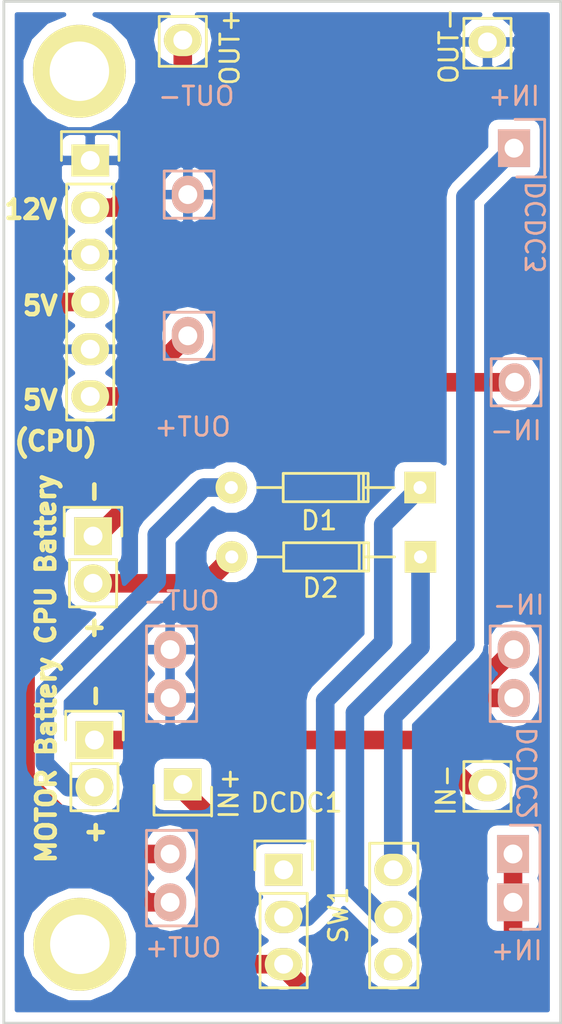
<source format=kicad_pcb>
(kicad_pcb (version 4) (host pcbnew 4.0.2-stable)

  (general
    (links 22)
    (no_connects 0)
    (area 126.315399 76.9594 156.496201 132.739201)
    (thickness 1.6)
    (drawings 12)
    (tracks 63)
    (zones 0)
    (modules 11)
    (nets 15)
  )

  (page A4)
  (layers
    (0 F.Cu signal)
    (31 B.Cu signal)
    (32 B.Adhes user)
    (33 F.Adhes user)
    (34 B.Paste user)
    (35 F.Paste user)
    (36 B.SilkS user)
    (37 F.SilkS user)
    (38 B.Mask user)
    (39 F.Mask user)
    (40 Dwgs.User user)
    (41 Cmts.User user)
    (42 Eco1.User user)
    (43 Eco2.User user)
    (44 Edge.Cuts user)
    (45 Margin user)
    (46 B.CrtYd user)
    (47 F.CrtYd user)
    (48 B.Fab user)
    (49 F.Fab user)
  )

  (setup
    (last_trace_width 0.25)
    (trace_clearance 0.2)
    (zone_clearance 0.508)
    (zone_45_only no)
    (trace_min 0.2)
    (segment_width 0.2)
    (edge_width 0.15)
    (via_size 0.6)
    (via_drill 0.4)
    (via_min_size 0.4)
    (via_min_drill 0.3)
    (uvia_size 0.3)
    (uvia_drill 0.1)
    (uvias_allowed no)
    (uvia_min_size 0.2)
    (uvia_min_drill 0.1)
    (pcb_text_width 0.3)
    (pcb_text_size 1.5 1.5)
    (mod_edge_width 0.15)
    (mod_text_size 1 1)
    (mod_text_width 0.15)
    (pad_size 5 5)
    (pad_drill 3.2)
    (pad_to_mask_clearance 0.2)
    (aux_axis_origin 0 0)
    (visible_elements 7FFFFFFF)
    (pcbplotparams
      (layerselection 0x010f0_80000001)
      (usegerberextensions false)
      (excludeedgelayer true)
      (linewidth 0.100000)
      (plotframeref false)
      (viasonmask false)
      (mode 1)
      (useauxorigin false)
      (hpglpennumber 1)
      (hpglpenspeed 20)
      (hpglpendiameter 15)
      (hpglpenoverlay 2)
      (psnegative false)
      (psa4output false)
      (plotreference true)
      (plotvalue true)
      (plotinvisibletext false)
      (padsonsilk false)
      (subtractmaskfromsilk false)
      (outputformat 1)
      (mirror false)
      (drillshape 0)
      (scaleselection 1)
      (outputdirectory gerber/))
  )

  (net 0 "")
  (net 1 "Net-(D1-Pad2)")
  (net 2 "Net-(D1-Pad1)")
  (net 3 "Net-(D2-Pad2)")
  (net 4 "Net-(D2-Pad1)")
  (net 5 "Net-(DCDC1-Pad3)")
  (net 6 "Net-(DCDC1-Pad1)")
  (net 7 "Net-(DCDC2-Pad3)")
  (net 8 "Net-(DCDC3-Pad3)")
  (net 9 "Net-(DCDC3-Pad1)")
  (net 10 "Net-(SW1-Pad1)")
  (net 11 "Net-(SW1-Pad4)")
  (net 12 "Net-(DCDC1-Pad2)")
  (net 13 "Net-(DCDC3-Pad2)")
  (net 14 GND)

  (net_class Default "This is the default net class."
    (clearance 0.2)
    (trace_width 0.25)
    (via_dia 0.6)
    (via_drill 0.4)
    (uvia_dia 0.3)
    (uvia_drill 0.1)
  )

  (net_class power ""
    (clearance 0.5)
    (trace_width 1)
    (via_dia 1.5)
    (via_drill 0.8)
    (uvia_dia 0.3)
    (uvia_drill 0.1)
    (add_net GND)
    (add_net "Net-(D1-Pad1)")
    (add_net "Net-(D1-Pad2)")
    (add_net "Net-(D2-Pad1)")
    (add_net "Net-(D2-Pad2)")
    (add_net "Net-(DCDC1-Pad1)")
    (add_net "Net-(DCDC1-Pad2)")
    (add_net "Net-(DCDC1-Pad3)")
    (add_net "Net-(DCDC2-Pad3)")
    (add_net "Net-(DCDC3-Pad1)")
    (add_net "Net-(DCDC3-Pad2)")
    (add_net "Net-(DCDC3-Pad3)")
    (add_net "Net-(SW1-Pad1)")
    (add_net "Net-(SW1-Pad4)")
  )

  (module Connect:1pin (layer F.Cu) (tedit 5783F22C) (tstamp 5785D4CC)
    (at 130.4798 128.4224)
    (descr "module 1 pin (ou trou mecanique de percage)")
    (tags DEV)
    (fp_text reference REF** (at 0 -3.048) (layer F.SilkS) hide
      (effects (font (size 1 1) (thickness 0.15)))
    )
    (fp_text value 1pin (at 0 2.794) (layer F.Fab) hide
      (effects (font (size 1 1) (thickness 0.15)))
    )
    (fp_circle (center 0 0) (end 0 -2.286) (layer F.SilkS) (width 0.15))
    (pad 1 thru_hole circle (at 0 0) (size 5 5) (drill 3.2) (layers *.Cu *.Mask F.SilkS))
  )

  (module Diodes_ThroughHole:Diode_DO-35_SOD27_Horizontal_RM10 (layer F.Cu) (tedit 5782B842) (tstamp 5782B2A8)
    (at 148.7932 103.8352 180)
    (descr "Diode, DO-35,  SOD27, Horizontal, RM 10mm")
    (tags "Diode, DO-35, SOD27, Horizontal, RM 10mm, 1N4148,")
    (path /57827D22)
    (fp_text reference D1 (at 5.4356 -1.778 180) (layer F.SilkS)
      (effects (font (size 1 1) (thickness 0.15)))
    )
    (fp_text value D (at 4.41452 -3.55854 180) (layer F.Fab)
      (effects (font (size 1 1) (thickness 0.15)))
    )
    (fp_line (start 7.36652 -0.00254) (end 8.76352 -0.00254) (layer F.SilkS) (width 0.15))
    (fp_line (start 2.92152 -0.00254) (end 1.39752 -0.00254) (layer F.SilkS) (width 0.15))
    (fp_line (start 3.30252 -0.76454) (end 3.30252 0.75946) (layer F.SilkS) (width 0.15))
    (fp_line (start 3.04852 -0.76454) (end 3.04852 0.75946) (layer F.SilkS) (width 0.15))
    (fp_line (start 2.79452 -0.00254) (end 2.79452 0.75946) (layer F.SilkS) (width 0.15))
    (fp_line (start 2.79452 0.75946) (end 7.36652 0.75946) (layer F.SilkS) (width 0.15))
    (fp_line (start 7.36652 0.75946) (end 7.36652 -0.76454) (layer F.SilkS) (width 0.15))
    (fp_line (start 7.36652 -0.76454) (end 2.79452 -0.76454) (layer F.SilkS) (width 0.15))
    (fp_line (start 2.79452 -0.76454) (end 2.79452 -0.00254) (layer F.SilkS) (width 0.15))
    (pad 2 thru_hole circle (at 10.16052 -0.00254) (size 1.69926 1.69926) (drill 0.70104) (layers *.Cu *.Mask F.SilkS)
      (net 1 "Net-(D1-Pad2)"))
    (pad 1 thru_hole rect (at 0.00052 -0.00254) (size 1.69926 1.69926) (drill 0.70104) (layers *.Cu *.Mask F.SilkS)
      (net 2 "Net-(D1-Pad1)"))
    (model Diodes_ThroughHole.3dshapes/Diode_DO-35_SOD27_Horizontal_RM10.wrl
      (at (xyz 0.2 0 0))
      (scale (xyz 0.4 0.4 0.4))
      (rotate (xyz 0 0 180))
    )
  )

  (module Diodes_ThroughHole:Diode_DO-35_SOD27_Horizontal_RM10 (layer F.Cu) (tedit 5782B819) (tstamp 5782B2AE)
    (at 148.8186 107.569 180)
    (descr "Diode, DO-35,  SOD27, Horizontal, RM 10mm")
    (tags "Diode, DO-35, SOD27, Horizontal, RM 10mm, 1N4148,")
    (path /57827A5D)
    (fp_text reference D2 (at 5.3848 -1.6764 180) (layer F.SilkS)
      (effects (font (size 1 1) (thickness 0.15)))
    )
    (fp_text value D (at 4.41452 -3.55854 180) (layer F.Fab)
      (effects (font (size 1 1) (thickness 0.15)))
    )
    (fp_line (start 7.36652 -0.00254) (end 8.76352 -0.00254) (layer F.SilkS) (width 0.15))
    (fp_line (start 2.92152 -0.00254) (end 1.39752 -0.00254) (layer F.SilkS) (width 0.15))
    (fp_line (start 3.30252 -0.76454) (end 3.30252 0.75946) (layer F.SilkS) (width 0.15))
    (fp_line (start 3.04852 -0.76454) (end 3.04852 0.75946) (layer F.SilkS) (width 0.15))
    (fp_line (start 2.79452 -0.00254) (end 2.79452 0.75946) (layer F.SilkS) (width 0.15))
    (fp_line (start 2.79452 0.75946) (end 7.36652 0.75946) (layer F.SilkS) (width 0.15))
    (fp_line (start 7.36652 0.75946) (end 7.36652 -0.76454) (layer F.SilkS) (width 0.15))
    (fp_line (start 7.36652 -0.76454) (end 2.79452 -0.76454) (layer F.SilkS) (width 0.15))
    (fp_line (start 2.79452 -0.76454) (end 2.79452 -0.00254) (layer F.SilkS) (width 0.15))
    (pad 2 thru_hole circle (at 10.16052 -0.00254) (size 1.69926 1.69926) (drill 0.70104) (layers *.Cu *.Mask F.SilkS)
      (net 3 "Net-(D2-Pad2)"))
    (pad 1 thru_hole rect (at 0.00052 -0.00254) (size 1.69926 1.69926) (drill 0.70104) (layers *.Cu *.Mask F.SilkS)
      (net 4 "Net-(D2-Pad1)"))
    (model Diodes_ThroughHole.3dshapes/Diode_DO-35_SOD27_Horizontal_RM10.wrl
      (at (xyz 0.2 0 0))
      (scale (xyz 0.4 0.4 0.4))
      (rotate (xyz 0 0 180))
    )
  )

  (module DcDcAdjustableUp:DcDcAdjustableUp (layer F.Cu) (tedit 5783FB07) (tstamp 5782B2B6)
    (at 144.2212 99.4156)
    (descr "Through hole pin header")
    (tags "pin header")
    (path /57825ED4)
    (fp_text reference DCDC1 (at -2.0828 21.3868) (layer F.SilkS)
      (effects (font (size 1 1) (thickness 0.15)))
    )
    (fp_text value "DC-DC 12V up" (at -8.4 -8.6 270) (layer F.Fab)
      (effects (font (size 1 1) (thickness 0.15)))
    )
    (fp_text user OUT- (at 6.1214 -19.3548 90) (layer F.SilkS)
      (effects (font (size 1 1) (thickness 0.15)))
    )
    (fp_text user OUT+ (at -5.6642 -19.2786 90) (layer F.SilkS)
      (effects (font (size 1 1) (thickness 0.15)))
    )
    (fp_text user IN- (at 5.969 20.701 90) (layer F.SilkS)
      (effects (font (size 1 1) (thickness 0.15)))
    )
    (fp_text user IN+ (at -5.715 20.8788 90) (layer F.SilkS)
      (effects (font (size 1 1) (thickness 0.15)))
    )
    (fp_line (start 6.93 -20.83) (end 6.93 -18.15) (layer F.SilkS) (width 0.15))
    (fp_line (start 6.93 -18.15) (end 9.47 -18.15) (layer F.SilkS) (width 0.15))
    (fp_line (start 9.47 -18.15) (end 9.47 -20.83) (layer F.SilkS) (width 0.15))
    (fp_line (start 9.47 -20.83) (end 6.93 -20.83) (layer F.SilkS) (width 0.15))
    (fp_line (start -6.93 -20.93) (end -9.47 -20.93) (layer F.SilkS) (width 0.15))
    (fp_line (start -6.93 -18.25) (end -6.93 -20.93) (layer F.SilkS) (width 0.15))
    (fp_line (start -9.47 -18.25) (end -6.93 -18.25) (layer F.SilkS) (width 0.15))
    (fp_line (start -9.47 -20.93) (end -9.47 -18.25) (layer F.SilkS) (width 0.15))
    (fp_line (start 6.93 19.17) (end 6.93 21.85) (layer F.SilkS) (width 0.15))
    (fp_line (start 6.93 21.85) (end 9.47 21.85) (layer F.SilkS) (width 0.15))
    (fp_line (start 9.47 21.85) (end 9.47 19.17) (layer F.SilkS) (width 0.15))
    (fp_line (start 9.47 19.17) (end 6.93 19.17) (layer F.SilkS) (width 0.15))
    (fp_line (start -6.65 20.55) (end -6.65 22.1) (layer F.SilkS) (width 0.15))
    (fp_line (start -9.75 22) (end -9.75 20.45) (layer F.SilkS) (width 0.15))
    (fp_line (start -9.75 22.05) (end -6.65 22.05) (layer F.SilkS) (width 0.15))
    (fp_line (start -12.15 22.3) (end 11.75 22.3) (layer F.CrtYd) (width 0.05))
    (fp_line (start -12.15 -21.35) (end 11.75 -21.35) (layer F.CrtYd) (width 0.05))
    (fp_line (start 11.75 -21.35) (end 11.75 22.3) (layer F.CrtYd) (width 0.05))
    (fp_line (start -12.15 -21.35) (end -12.15 22.3) (layer F.CrtYd) (width 0.05))
    (pad 4 thru_hole oval (at 8.2 -19.56) (size 2.032 1.7272) (drill 1.016) (layers *.Cu *.Mask F.SilkS)
      (net 14 GND))
    (pad 3 thru_hole oval (at -8.2 -19.66) (size 2.032 1.7272) (drill 1.016) (layers *.Cu *.Mask F.SilkS)
      (net 5 "Net-(DCDC1-Pad3)"))
    (pad 2 thru_hole oval (at 8.2 20.44) (size 2.032 1.7272) (drill 1.016) (layers *.Cu *.Mask F.SilkS)
      (net 12 "Net-(DCDC1-Pad2)"))
    (pad 1 thru_hole rect (at -8.2 20.4) (size 2.032 1.7272) (drill 1.016) (layers *.Cu *.Mask F.SilkS)
      (net 6 "Net-(DCDC1-Pad1)"))
  )

  (module DcDcAdjustableDown:DcDcAdjustableDown (layer B.Cu) (tedit 57840013) (tstamp 5782B2C2)
    (at 145.8976 119.6594 270)
    (descr "Through hole pin header")
    (tags "pin header")
    (path /57825F5F)
    (fp_text reference DCDC2 (at -0.4572 -8.6868 270) (layer B.SilkS)
      (effects (font (size 1 1) (thickness 0.15)) (justify mirror))
    )
    (fp_text value "DC-DC 5V down" (at -11.8 1.9 540) (layer B.Fab)
      (effects (font (size 1 1) (thickness 0.15)) (justify mirror))
    )
    (fp_line (start 2.63 9.13) (end 7.77 9.13) (layer B.SilkS) (width 0.15))
    (fp_line (start 2.63 11.83) (end 2.63 9.15) (layer B.SilkS) (width 0.15))
    (fp_line (start 7.77 9.15) (end 7.77 11.83) (layer B.SilkS) (width 0.15))
    (fp_line (start 2.63 11.83) (end 7.77 11.83) (layer B.SilkS) (width 0.15))
    (fp_line (start -8.37 11.83) (end -3.23 11.83) (layer B.SilkS) (width 0.15))
    (fp_line (start -3.23 9.15) (end -3.23 11.83) (layer B.SilkS) (width 0.15))
    (fp_line (start -8.37 11.83) (end -8.37 9.15) (layer B.SilkS) (width 0.15))
    (fp_line (start -8.37 9.13) (end -3.23 9.13) (layer B.SilkS) (width 0.15))
    (fp_line (start -8.37 -9.37) (end -3.23 -9.37) (layer B.SilkS) (width 0.15))
    (fp_text user OUT- (at -9.7282 9.9568 540) (layer B.SilkS)
      (effects (font (size 1 1) (thickness 0.15)) (justify mirror))
    )
    (fp_text user OUT+ (at 8.9408 9.8552 540) (layer B.SilkS)
      (effects (font (size 1 1) (thickness 0.15)) (justify mirror))
    )
    (fp_text user IN- (at -9.5 -8.2 540) (layer B.SilkS)
      (effects (font (size 1 1) (thickness 0.15)) (justify mirror))
    )
    (fp_text user IN+ (at 9.1 -8.1 540) (layer B.SilkS)
      (effects (font (size 1 1) (thickness 0.15)) (justify mirror))
    )
    (fp_line (start -8.37 -6.67) (end -8.37 -9.35) (layer B.SilkS) (width 0.15))
    (fp_line (start -3.23 -9.35) (end -3.23 -6.67) (layer B.SilkS) (width 0.15))
    (fp_line (start -8.37 -6.67) (end -3.23 -6.67) (layer B.SilkS) (width 0.15))
    (fp_line (start 7.95 -7.75) (end 7.95 -9.3) (layer B.SilkS) (width 0.15))
    (fp_line (start 2.35 -9.3) (end 2.35 -7.75) (layer B.SilkS) (width 0.15))
    (fp_line (start 2.35 -9.35) (end 7.95 -9.35) (layer B.SilkS) (width 0.15))
    (fp_line (start -10.55 -10) (end 10.15 -10) (layer B.CrtYd) (width 0.05))
    (fp_line (start -10.55 12.95) (end 10.15 12.95) (layer B.CrtYd) (width 0.05))
    (fp_line (start 10.15 12.95) (end 10.15 -10) (layer B.CrtYd) (width 0.05))
    (fp_line (start -10.55 12.95) (end -10.55 -10) (layer B.CrtYd) (width 0.05))
    (pad 3 thru_hole oval (at 6.5 10.56 270) (size 2.032 1.7272) (drill 1.016) (layers *.Cu *.Mask B.SilkS)
      (net 7 "Net-(DCDC2-Pad3)"))
    (pad 3 thru_hole oval (at 3.9 10.56 270) (size 2.032 1.7272) (drill 1.016) (layers *.Cu *.Mask B.SilkS)
      (net 7 "Net-(DCDC2-Pad3)"))
    (pad 4 thru_hole oval (at -7.1 10.56 270) (size 2.032 1.7272) (drill 1.016) (layers *.Cu *.Mask B.SilkS)
      (net 14 GND))
    (pad 4 thru_hole oval (at -4.5 10.56 270) (size 2.032 1.7272) (drill 1.016) (layers *.Cu *.Mask B.SilkS)
      (net 14 GND))
    (pad 2 thru_hole oval (at -4.5 -7.94 270) (size 2.032 1.7272) (drill 1.016) (layers *.Cu *.Mask B.SilkS)
      (net 12 "Net-(DCDC1-Pad2)"))
    (pad 1 thru_hole rect (at 6.5 -7.9 270) (size 2.032 1.7272) (drill 1.016) (layers *.Cu *.Mask B.SilkS)
      (net 6 "Net-(DCDC1-Pad1)"))
    (pad 2 thru_hole oval (at -7.1 -7.94 270) (size 2.032 1.7272) (drill 1.016) (layers *.Cu *.Mask B.SilkS)
      (net 12 "Net-(DCDC1-Pad2)"))
    (pad 1 thru_hole rect (at 3.9 -7.9 270) (size 2.032 1.7272) (drill 1.016) (layers *.Cu *.Mask B.SilkS)
      (net 6 "Net-(DCDC1-Pad1)"))
  )

  (module DcDc5VUp:DcDc5VUp (layer B.Cu) (tedit 5782B6E0) (tstamp 5782B2CA)
    (at 133.4516 91.8718 270)
    (descr "Through hole pin header")
    (tags "pin header")
    (path /57825FC2)
    (fp_text reference DCDC3 (at -2.0447 -21.59 270) (layer B.SilkS)
      (effects (font (size 1 1) (thickness 0.15)) (justify mirror))
    )
    (fp_text value "DC-DC 5V up" (at 8.6 -11.7 540) (layer B.Fab)
      (effects (font (size 1 1) (thickness 0.15)) (justify mirror))
    )
    (fp_text user OUT- (at -9.1 -3.3 540) (layer B.SilkS)
      (effects (font (size 1 1) (thickness 0.15)) (justify mirror))
    )
    (fp_text user OUT+ (at 8.7 -3.1 540) (layer B.SilkS)
      (effects (font (size 1 1) (thickness 0.15)) (justify mirror))
    )
    (fp_text user IN- (at 8.9 -20.5 540) (layer B.SilkS)
      (effects (font (size 1 1) (thickness 0.15)) (justify mirror))
    )
    (fp_text user IN+ (at -9.1 -20.4 540) (layer B.SilkS)
      (effects (font (size 1 1) (thickness 0.15)) (justify mirror))
    )
    (fp_line (start -5.07 -1.57) (end -5.07 -4.25) (layer B.SilkS) (width 0.15))
    (fp_line (start -5.07 -4.25) (end -2.53 -4.25) (layer B.SilkS) (width 0.15))
    (fp_line (start -2.53 -4.25) (end -2.53 -1.57) (layer B.SilkS) (width 0.15))
    (fp_line (start -2.53 -1.57) (end -5.07 -1.57) (layer B.SilkS) (width 0.15))
    (fp_line (start 5.07 -1.57) (end 2.53 -1.57) (layer B.SilkS) (width 0.15))
    (fp_line (start 5.07 -4.25) (end 5.07 -1.57) (layer B.SilkS) (width 0.15))
    (fp_line (start 2.53 -4.25) (end 5.07 -4.25) (layer B.SilkS) (width 0.15))
    (fp_line (start 2.53 -1.57) (end 2.53 -4.25) (layer B.SilkS) (width 0.15))
    (fp_line (start 5.03 -19.17) (end 5.03 -21.85) (layer B.SilkS) (width 0.15))
    (fp_line (start 5.03 -21.85) (end 7.57 -21.85) (layer B.SilkS) (width 0.15))
    (fp_line (start 7.57 -21.85) (end 7.57 -19.17) (layer B.SilkS) (width 0.15))
    (fp_line (start 7.57 -19.17) (end 5.03 -19.17) (layer B.SilkS) (width 0.15))
    (fp_line (start -4.75 -20.55) (end -4.75 -22.1) (layer B.SilkS) (width 0.15))
    (fp_line (start -7.85 -22) (end -7.85 -20.45) (layer B.SilkS) (width 0.15))
    (fp_line (start -7.85 -22.05) (end -4.75 -22.05) (layer B.SilkS) (width 0.15))
    (fp_line (start -10.05 -22.3) (end 9.75 -22.3) (layer B.CrtYd) (width 0.05))
    (fp_line (start -10.05 -0.85) (end 9.75 -0.85) (layer B.CrtYd) (width 0.05))
    (fp_line (start 9.75 -0.85) (end 9.75 -22.3) (layer B.CrtYd) (width 0.05))
    (fp_line (start -10.05 -0.85) (end -10.05 -22.3) (layer B.CrtYd) (width 0.05))
    (pad 4 thru_hole oval (at -3.8 -2.84 270) (size 2.032 1.7272) (drill 1.016) (layers *.Cu *.Mask B.SilkS)
      (net 14 GND))
    (pad 3 thru_hole oval (at 3.8 -2.84 270) (size 2.032 1.7272) (drill 1.016) (layers *.Cu *.Mask B.SilkS)
      (net 8 "Net-(DCDC3-Pad3)"))
    (pad 2 thru_hole oval (at 6.3 -20.44 270) (size 2.032 1.7272) (drill 1.016) (layers *.Cu *.Mask B.SilkS)
      (net 13 "Net-(DCDC3-Pad2)"))
    (pad 1 thru_hole rect (at -6.3 -20.4 270) (size 2.032 1.7272) (drill 1.016) (layers *.Cu *.Mask B.SilkS)
      (net 9 "Net-(DCDC3-Pad1)"))
  )

  (module Pin_Headers:Pin_Header_Straight_1x02 (layer F.Cu) (tedit 5783F154) (tstamp 5782B2D0)
    (at 131.2672 117.4242)
    (descr "Through hole pin header")
    (tags "pin header")
    (path /57826186)
    (fp_text reference P1 (at 0 -5.1) (layer F.SilkS) hide
      (effects (font (size 1 1) (thickness 0.15)))
    )
    (fp_text value "Motor battery" (at 1.3716 -2.8448) (layer F.Fab)
      (effects (font (size 1 1) (thickness 0.15)))
    )
    (fp_line (start 1.27 1.27) (end 1.27 3.81) (layer F.SilkS) (width 0.15))
    (fp_line (start 1.55 -1.55) (end 1.55 0) (layer F.SilkS) (width 0.15))
    (fp_line (start -1.75 -1.75) (end -1.75 4.3) (layer F.CrtYd) (width 0.05))
    (fp_line (start 1.75 -1.75) (end 1.75 4.3) (layer F.CrtYd) (width 0.05))
    (fp_line (start -1.75 -1.75) (end 1.75 -1.75) (layer F.CrtYd) (width 0.05))
    (fp_line (start -1.75 4.3) (end 1.75 4.3) (layer F.CrtYd) (width 0.05))
    (fp_line (start 1.27 1.27) (end -1.27 1.27) (layer F.SilkS) (width 0.15))
    (fp_line (start -1.55 0) (end -1.55 -1.55) (layer F.SilkS) (width 0.15))
    (fp_line (start -1.55 -1.55) (end 1.55 -1.55) (layer F.SilkS) (width 0.15))
    (fp_line (start -1.27 1.27) (end -1.27 3.81) (layer F.SilkS) (width 0.15))
    (fp_line (start -1.27 3.81) (end 1.27 3.81) (layer F.SilkS) (width 0.15))
    (pad 1 thru_hole rect (at 0 0) (size 2.032 2.032) (drill 1.016) (layers *.Cu *.Mask F.SilkS)
      (net 12 "Net-(DCDC1-Pad2)"))
    (pad 2 thru_hole oval (at 0 2.54) (size 2.032 2.032) (drill 1.016) (layers *.Cu *.Mask F.SilkS)
      (net 1 "Net-(D1-Pad2)"))
    (model Pin_Headers.3dshapes/Pin_Header_Straight_1x02.wrl
      (at (xyz 0 -0.05 0))
      (scale (xyz 1 1 1))
      (rotate (xyz 0 0 90))
    )
  )

  (module Pin_Headers:Pin_Header_Straight_1x06 (layer F.Cu) (tedit 5783F162) (tstamp 5782B2DA)
    (at 131.0386 86.233)
    (descr "Through hole pin header")
    (tags "pin header")
    (path /57828111)
    (fp_text reference P2 (at -2.54 -0.4572 90) (layer F.SilkS) hide
      (effects (font (size 1 1) (thickness 0.15)))
    )
    (fp_text value CONN_01X06 (at 1.0668 -2.4892) (layer F.Fab)
      (effects (font (size 1 1) (thickness 0.15)))
    )
    (fp_line (start -1.75 -1.75) (end -1.75 14.45) (layer F.CrtYd) (width 0.05))
    (fp_line (start 1.75 -1.75) (end 1.75 14.45) (layer F.CrtYd) (width 0.05))
    (fp_line (start -1.75 -1.75) (end 1.75 -1.75) (layer F.CrtYd) (width 0.05))
    (fp_line (start -1.75 14.45) (end 1.75 14.45) (layer F.CrtYd) (width 0.05))
    (fp_line (start 1.27 1.27) (end 1.27 13.97) (layer F.SilkS) (width 0.15))
    (fp_line (start 1.27 13.97) (end -1.27 13.97) (layer F.SilkS) (width 0.15))
    (fp_line (start -1.27 13.97) (end -1.27 1.27) (layer F.SilkS) (width 0.15))
    (fp_line (start 1.55 -1.55) (end 1.55 0) (layer F.SilkS) (width 0.15))
    (fp_line (start 1.27 1.27) (end -1.27 1.27) (layer F.SilkS) (width 0.15))
    (fp_line (start -1.55 0) (end -1.55 -1.55) (layer F.SilkS) (width 0.15))
    (fp_line (start -1.55 -1.55) (end 1.55 -1.55) (layer F.SilkS) (width 0.15))
    (pad 1 thru_hole rect (at 0 0) (size 2.032 1.7272) (drill 1.016) (layers *.Cu *.Mask F.SilkS)
      (net 14 GND))
    (pad 2 thru_hole oval (at 0 2.54) (size 2.032 1.7272) (drill 1.016) (layers *.Cu *.Mask F.SilkS)
      (net 5 "Net-(DCDC1-Pad3)"))
    (pad 3 thru_hole oval (at 0 5.08) (size 2.032 1.7272) (drill 1.016) (layers *.Cu *.Mask F.SilkS)
      (net 14 GND))
    (pad 4 thru_hole oval (at 0 7.62) (size 2.032 1.7272) (drill 1.016) (layers *.Cu *.Mask F.SilkS)
      (net 7 "Net-(DCDC2-Pad3)"))
    (pad 5 thru_hole oval (at 0 10.16) (size 2.032 1.7272) (drill 1.016) (layers *.Cu *.Mask F.SilkS)
      (net 14 GND))
    (pad 6 thru_hole oval (at 0 12.7) (size 2.032 1.7272) (drill 1.016) (layers *.Cu *.Mask F.SilkS)
      (net 8 "Net-(DCDC3-Pad3)"))
    (model Pin_Headers.3dshapes/Pin_Header_Straight_1x06.wrl
      (at (xyz 0 -0.25 0))
      (scale (xyz 1 1 1))
      (rotate (xyz 0 0 90))
    )
  )

  (module Pin_Headers:Pin_Header_Straight_1x02 (layer F.Cu) (tedit 5783F150) (tstamp 5782B2E0)
    (at 131.191 106.4514)
    (descr "Through hole pin header")
    (tags "pin header")
    (path /578263CD)
    (fp_text reference P3 (at 0 -5.1) (layer F.SilkS) hide
      (effects (font (size 1 1) (thickness 0.15)))
    )
    (fp_text value "Arduino battery" (at 1.778 -2.794) (layer F.Fab)
      (effects (font (size 1 1) (thickness 0.15)))
    )
    (fp_line (start 1.27 1.27) (end 1.27 3.81) (layer F.SilkS) (width 0.15))
    (fp_line (start 1.55 -1.55) (end 1.55 0) (layer F.SilkS) (width 0.15))
    (fp_line (start -1.75 -1.75) (end -1.75 4.3) (layer F.CrtYd) (width 0.05))
    (fp_line (start 1.75 -1.75) (end 1.75 4.3) (layer F.CrtYd) (width 0.05))
    (fp_line (start -1.75 -1.75) (end 1.75 -1.75) (layer F.CrtYd) (width 0.05))
    (fp_line (start -1.75 4.3) (end 1.75 4.3) (layer F.CrtYd) (width 0.05))
    (fp_line (start 1.27 1.27) (end -1.27 1.27) (layer F.SilkS) (width 0.15))
    (fp_line (start -1.55 0) (end -1.55 -1.55) (layer F.SilkS) (width 0.15))
    (fp_line (start -1.55 -1.55) (end 1.55 -1.55) (layer F.SilkS) (width 0.15))
    (fp_line (start -1.27 1.27) (end -1.27 3.81) (layer F.SilkS) (width 0.15))
    (fp_line (start -1.27 3.81) (end 1.27 3.81) (layer F.SilkS) (width 0.15))
    (pad 1 thru_hole rect (at 0 0) (size 2.032 2.032) (drill 1.016) (layers *.Cu *.Mask F.SilkS)
      (net 13 "Net-(DCDC3-Pad2)"))
    (pad 2 thru_hole oval (at 0 2.54) (size 2.032 2.032) (drill 1.016) (layers *.Cu *.Mask F.SilkS)
      (net 3 "Net-(D2-Pad2)"))
    (model Pin_Headers.3dshapes/Pin_Header_Straight_1x02.wrl
      (at (xyz 0 -0.05 0))
      (scale (xyz 1 1 1))
      (rotate (xyz 0 0 90))
    )
  )

  (module OnOffDoubleSwitch:OnOffDoubleSwitch (layer F.Cu) (tedit 5782B679) (tstamp 5782B2EA)
    (at 144.4498 124.5108)
    (descr "Through hole pin header")
    (tags "pin header")
    (path /57827880)
    (fp_text reference SW1 (at -0.0508 2.3368 90) (layer F.SilkS)
      (effects (font (size 1 1) (thickness 0.15)))
    )
    (fp_text value OnOffDoubleSwitch (at 0 -3.1) (layer F.Fab)
      (effects (font (size 1 1) (thickness 0.15)))
    )
    (fp_line (start 4.23 -1.53) (end 4.23 6.25) (layer F.SilkS) (width 0.15))
    (fp_line (start -4.55 -1.65) (end -1.45 -1.65) (layer F.SilkS) (width 0.15))
    (fp_line (start -4.55 -0.1) (end -4.55 -1.65) (layer F.SilkS) (width 0.15))
    (fp_line (start -1.73 1.17) (end -4.27 1.17) (layer F.SilkS) (width 0.15))
    (fp_line (start -1.45 -1.65) (end -1.45 -0.1) (layer F.SilkS) (width 0.15))
    (fp_line (start -1.73 6.25) (end -1.73 1.17) (layer F.SilkS) (width 0.15))
    (fp_line (start -4.27 6.25) (end -1.73 6.25) (layer F.SilkS) (width 0.15))
    (fp_line (start -4.27 1.17) (end -4.27 6.25) (layer F.SilkS) (width 0.15))
    (fp_line (start -4.75 6.75) (end 4.65 6.75) (layer F.CrtYd) (width 0.05))
    (fp_line (start -4.75 -1.85) (end 4.65 -1.85) (layer F.CrtYd) (width 0.05))
    (fp_line (start -4.75 -1.85) (end -4.75 6.75) (layer F.CrtYd) (width 0.05))
    (fp_line (start 4.65 -1.85) (end 4.65 6.75) (layer F.CrtYd) (width 0.05))
    (fp_line (start 1.63 -1.53) (end 1.63 6.25) (layer F.SilkS) (width 0.15))
    (fp_line (start 1.63 6.25) (end 4.17 6.25) (layer F.SilkS) (width 0.15))
    (fp_line (start 4.17 -1.53) (end 1.63 -1.53) (layer F.SilkS) (width 0.15))
    (pad 3 thru_hole oval (at -3 4.98) (size 2.032 1.7272) (drill 1.016) (layers *.Cu *.Mask F.SilkS)
      (net 6 "Net-(DCDC1-Pad1)"))
    (pad 2 thru_hole oval (at -3 2.44) (size 2.032 1.7272) (drill 1.016) (layers *.Cu *.Mask F.SilkS)
      (net 2 "Net-(D1-Pad1)"))
    (pad 1 thru_hole rect (at -3 -0.1) (size 2.032 1.7272) (drill 1.016) (layers *.Cu *.Mask F.SilkS)
      (net 10 "Net-(SW1-Pad1)"))
    (pad 6 thru_hole oval (at 2.9 -0.1) (size 2.032 1.7272) (drill 1.016) (layers *.Cu *.Mask F.SilkS)
      (net 9 "Net-(DCDC3-Pad1)"))
    (pad 5 thru_hole oval (at 2.9 2.44) (size 2.032 1.7272) (drill 1.016) (layers *.Cu *.Mask F.SilkS)
      (net 4 "Net-(D2-Pad1)"))
    (pad 4 thru_hole oval (at 2.9 4.98) (size 2.032 1.7272) (drill 1.016) (layers *.Cu *.Mask F.SilkS)
      (net 11 "Net-(SW1-Pad4)"))
  )

  (module Connect:1pin (layer F.Cu) (tedit 5783F667) (tstamp 5785D48A)
    (at 130.4544 81.4324)
    (descr "module 1 pin (ou trou mecanique de percage)")
    (tags DEV)
    (fp_text reference REF** (at 0 -3.048) (layer F.SilkS) hide
      (effects (font (size 1 1) (thickness 0.15)))
    )
    (fp_text value 1pin (at 0 2.794) (layer F.Fab) hide
      (effects (font (size 1 1) (thickness 0.15)))
    )
    (fp_circle (center 0 0) (end 0 -2.286) (layer F.SilkS) (width 0.15))
    (pad 1 thru_hole circle (at 0 0) (size 5 5) (drill 3.2) (layers *.Cu *.Mask F.SilkS))
  )

  (gr_line (start 156.3624 132.6642) (end 156.3624 77.6732) (angle 90) (layer Edge.Cuts) (width 0.15))
  (gr_line (start 126.3904 132.6642) (end 156.3624 132.6642) (angle 90) (layer Edge.Cuts) (width 0.15))
  (gr_line (start 126.3904 77.6732) (end 126.3904 132.6642) (angle 90) (layer Edge.Cuts) (width 0.15))
  (gr_line (start 156.3624 77.6732) (end 126.3904 77.6732) (angle 90) (layer Edge.Cuts) (width 0.15))
  (gr_text "(CPU)" (at 129.1844 101.346) (layer F.SilkS)
    (effects (font (size 1 1) (thickness 0.25)))
  )
  (gr_text "MOTOR Battery" (at 128.6764 118.491 90) (layer F.SilkS)
    (effects (font (size 1 1) (thickness 0.25)))
  )
  (gr_text "+        -" (at 131.2672 118.7196 90) (layer F.SilkS)
    (effects (font (size 1 1) (thickness 0.25)))
  )
  (gr_text "+        -" (at 131.191 107.7214 90) (layer F.SilkS)
    (effects (font (size 1 1) (thickness 0.25)))
  )
  (gr_text 12V (at 127.8382 88.8746) (layer F.SilkS)
    (effects (font (size 1 1) (thickness 0.25)))
  )
  (gr_text 5V (at 128.3462 99.1362) (layer F.SilkS)
    (effects (font (size 1 1) (thickness 0.25)))
  )
  (gr_text 5V (at 128.3462 94.0562) (layer F.SilkS)
    (effects (font (size 1 1) (thickness 0.25)))
  )
  (gr_text "CPU Battery" (at 128.651 107.696 90) (layer F.SilkS)
    (effects (font (size 1 1) (thickness 0.25)))
  )

  (segment (start 138.63268 103.83774) (end 137.15746 103.83774) (width 1) (layer B.Cu) (net 1))
  (segment (start 129.8702 119.9642) (end 131.2672 119.9642) (width 1) (layer B.Cu) (net 1) (tstamp 5785DF93))
  (segment (start 128.6002 118.6942) (end 129.8702 119.9642) (width 1) (layer B.Cu) (net 1) (tstamp 5785DF92))
  (segment (start 128.6002 114.8842) (end 128.6002 118.6942) (width 1) (layer B.Cu) (net 1) (tstamp 5785DF91))
  (segment (start 134.62 108.8644) (end 128.6002 114.8842) (width 1) (layer B.Cu) (net 1) (tstamp 5785DF90))
  (segment (start 134.62 106.3752) (end 134.62 108.8644) (width 1) (layer B.Cu) (net 1) (tstamp 5785DF8F))
  (segment (start 137.15746 103.83774) (end 134.62 106.3752) (width 1) (layer B.Cu) (net 1) (tstamp 5785DF8E))
  (segment (start 141.4498 126.9508) (end 142.6956 126.9508) (width 1) (layer B.Cu) (net 2))
  (segment (start 146.812 105.81842) (end 148.79268 103.83774) (width 1) (layer B.Cu) (net 2) (tstamp 5785DF80))
  (segment (start 146.812 112.1664) (end 146.812 105.81842) (width 1) (layer B.Cu) (net 2) (tstamp 5785DF7F))
  (segment (start 143.6878 115.2906) (end 146.812 112.1664) (width 1) (layer B.Cu) (net 2) (tstamp 5785DF7E))
  (segment (start 143.6878 125.9586) (end 143.6878 115.2906) (width 1) (layer B.Cu) (net 2) (tstamp 5785DF7D))
  (segment (start 142.6956 126.9508) (end 143.6878 125.9586) (width 1) (layer B.Cu) (net 2) (tstamp 5785DF7C))
  (segment (start 131.191 108.9914) (end 137.23822 108.9914) (width 1) (layer F.Cu) (net 3))
  (segment (start 137.23822 108.9914) (end 138.65808 107.57154) (width 1) (layer F.Cu) (net 3) (tstamp 5785DF97))
  (segment (start 147.3498 126.9508) (end 146.7628 126.9508) (width 1) (layer B.Cu) (net 4))
  (segment (start 146.7628 126.9508) (end 145.288 125.476) (width 1) (layer B.Cu) (net 4) (tstamp 5785DF75))
  (segment (start 145.288 125.476) (end 145.288 115.951) (width 1) (layer B.Cu) (net 4) (tstamp 5785DF76))
  (segment (start 145.288 115.951) (end 148.81808 112.42092) (width 1) (layer B.Cu) (net 4) (tstamp 5785DF77))
  (segment (start 148.81808 112.42092) (end 148.81808 107.57154) (width 1) (layer B.Cu) (net 4) (tstamp 5785DF78))
  (segment (start 131.0386 88.773) (end 132.3594 88.773) (width 1) (layer F.Cu) (net 5))
  (segment (start 136.0212 81.8854) (end 136.0212 79.7556) (width 1) (layer F.Cu) (net 5) (tstamp 5785DF24))
  (segment (start 134.2136 83.693) (end 136.0212 81.8854) (width 1) (layer F.Cu) (net 5) (tstamp 5785DF23))
  (segment (start 134.2136 86.9188) (end 134.2136 83.693) (width 1) (layer F.Cu) (net 5) (tstamp 5785DF22))
  (segment (start 132.3594 88.773) (end 134.2136 86.9188) (width 1) (layer F.Cu) (net 5) (tstamp 5785DF21))
  (segment (start 136.0212 119.8156) (end 136.0212 120.1208) (width 1) (layer F.Cu) (net 6))
  (segment (start 136.0212 120.1208) (end 138.0236 122.1232) (width 1) (layer F.Cu) (net 6) (tstamp 5785DEE5))
  (segment (start 138.0236 122.1232) (end 138.0236 127.7366) (width 1) (layer F.Cu) (net 6) (tstamp 5785DEE6))
  (segment (start 138.0236 127.7366) (end 139.7778 129.4908) (width 1) (layer F.Cu) (net 6) (tstamp 5785DEE7))
  (segment (start 139.7778 129.4908) (end 141.4498 129.4908) (width 1) (layer F.Cu) (net 6) (tstamp 5785DEE8))
  (segment (start 153.7976 126.1594) (end 153.7976 123.5594) (width 1) (layer F.Cu) (net 6))
  (segment (start 141.4498 129.4908) (end 141.4498 129.6896) (width 1) (layer F.Cu) (net 6))
  (segment (start 141.4498 129.6896) (end 143.256 131.4958) (width 1) (layer F.Cu) (net 6) (tstamp 5785DEDD))
  (segment (start 143.256 131.4958) (end 151.0284 131.4958) (width 1) (layer F.Cu) (net 6) (tstamp 5785DEDE))
  (segment (start 151.0284 131.4958) (end 153.7976 128.7266) (width 1) (layer F.Cu) (net 6) (tstamp 5785DEDF))
  (segment (start 153.7976 128.7266) (end 153.7976 126.1594) (width 1) (layer F.Cu) (net 6) (tstamp 5785DEE0))
  (segment (start 135.3376 123.5594) (end 131.4334 123.5594) (width 1) (layer F.Cu) (net 7))
  (segment (start 131.064 123.19) (end 131.064 123.1392) (width 1) (layer F.Cu) (net 7) (tstamp 5785DF12))
  (segment (start 131.4334 123.5594) (end 131.064 123.19) (width 1) (layer F.Cu) (net 7) (tstamp 5785DF10))
  (segment (start 135.3376 126.1594) (end 134.0842 126.1594) (width 1) (layer F.Cu) (net 7))
  (segment (start 129.6162 93.853) (end 131.0386 93.853) (width 1) (layer F.Cu) (net 7) (tstamp 5785DF0D))
  (segment (start 127.5588 95.9104) (end 129.6162 93.853) (width 1) (layer F.Cu) (net 7) (tstamp 5785DF0C))
  (segment (start 127.5588 119.634) (end 127.5588 95.9104) (width 1) (layer F.Cu) (net 7) (tstamp 5785DF0A))
  (segment (start 134.0842 126.1594) (end 131.064 123.1392) (width 1) (layer F.Cu) (net 7) (tstamp 5785DF09))
  (segment (start 131.064 123.1392) (end 127.5588 119.634) (width 1) (layer F.Cu) (net 7) (tstamp 5785DF13))
  (segment (start 131.0386 98.933) (end 133.0304 98.933) (width 1) (layer F.Cu) (net 8))
  (segment (start 133.0304 98.933) (end 136.2916 95.6718) (width 1) (layer F.Cu) (net 8) (tstamp 5785DF1E))
  (segment (start 147.3498 124.4108) (end 147.3498 116.1498) (width 1) (layer B.Cu) (net 9))
  (segment (start 151.2316 88.1918) (end 153.8516 85.5718) (width 1) (layer B.Cu) (net 9) (tstamp 5785DF3D))
  (segment (start 151.2316 112.268) (end 151.2316 88.1918) (width 1) (layer B.Cu) (net 9) (tstamp 5785DF3C))
  (segment (start 147.3498 116.1498) (end 151.2316 112.268) (width 1) (layer B.Cu) (net 9) (tstamp 5785DF3A))
  (segment (start 152.4212 119.8556) (end 151.4042 119.8556) (width 1) (layer F.Cu) (net 12))
  (segment (start 151.4042 119.8556) (end 148.9728 117.4242) (width 1) (layer F.Cu) (net 12) (tstamp 5785DEF5))
  (segment (start 153.8376 115.1594) (end 151.2376 115.1594) (width 1) (layer F.Cu) (net 12))
  (segment (start 151.1808 115.1636) (end 151.1808 115.2162) (width 1) (layer F.Cu) (net 12) (tstamp 5785DEF2))
  (segment (start 151.2334 115.1636) (end 151.1808 115.1636) (width 1) (layer F.Cu) (net 12) (tstamp 5785DEF0))
  (segment (start 151.2376 115.1594) (end 151.2334 115.1636) (width 1) (layer F.Cu) (net 12) (tstamp 5785DEEF))
  (segment (start 131.2672 117.4242) (end 148.9728 117.4242) (width 1) (layer F.Cu) (net 12))
  (segment (start 148.9728 117.4242) (end 151.1808 115.2162) (width 1) (layer F.Cu) (net 12) (tstamp 5785DEEB))
  (segment (start 151.1808 115.2162) (end 153.8376 112.5594) (width 1) (layer F.Cu) (net 12) (tstamp 5785DEF3))
  (segment (start 131.191 106.4514) (end 131.4196 106.4514) (width 1) (layer F.Cu) (net 13))
  (segment (start 131.4196 106.4514) (end 139.6992 98.1718) (width 1) (layer F.Cu) (net 13) (tstamp 5785DF19))
  (segment (start 139.6992 98.1718) (end 153.8916 98.1718) (width 1) (layer F.Cu) (net 13) (tstamp 5785DF1A))

  (zone (net 14) (net_name GND) (layer B.Cu) (tstamp 5785DAD0) (hatch edge 0.508)
    (connect_pads (clearance 0.508))
    (min_thickness 0.254)
    (fill yes (arc_segments 16) (thermal_gap 0.508) (thermal_bridge_width 0.508))
    (polygon
      (pts
        (xy 126.492 77.7748) (xy 156.2862 77.7748) (xy 156.2862 132.588) (xy 126.4666 132.588) (xy 126.492 77.8002)
      )
    )
    (filled_polygon
      (pts
        (xy 128.680885 78.773127) (xy 127.798226 79.654247) (xy 127.319946 80.806074) (xy 127.318857 82.053254) (xy 127.795127 83.205915)
        (xy 128.676247 84.088574) (xy 129.828074 84.566854) (xy 131.075254 84.567943) (xy 132.227915 84.091673) (xy 133.110574 83.210553)
        (xy 133.588854 82.058726) (xy 133.589943 80.811546) (xy 133.113673 79.658885) (xy 132.232553 78.776226) (xy 131.286041 78.3832)
        (xy 135.244818 78.3832) (xy 134.776785 78.69593) (xy 134.451929 79.182111) (xy 134.337855 79.7556) (xy 134.451929 80.329089)
        (xy 134.776785 80.81527) (xy 135.262966 81.140126) (xy 135.836455 81.2542) (xy 136.205945 81.2542) (xy 136.779434 81.140126)
        (xy 137.265615 80.81527) (xy 137.590471 80.329089) (xy 137.613239 80.214626) (xy 150.813842 80.214626) (xy 150.816491 80.230391)
        (xy 151.070468 80.757636) (xy 151.50688 81.147554) (xy 152.059287 81.340784) (xy 152.2942 81.196524) (xy 152.2942 79.9826)
        (xy 152.5482 79.9826) (xy 152.5482 81.196524) (xy 152.783113 81.340784) (xy 153.33552 81.147554) (xy 153.771932 80.757636)
        (xy 154.025909 80.230391) (xy 154.028558 80.214626) (xy 153.907417 79.9826) (xy 152.5482 79.9826) (xy 152.2942 79.9826)
        (xy 150.934983 79.9826) (xy 150.813842 80.214626) (xy 137.613239 80.214626) (xy 137.704545 79.7556) (xy 137.590471 79.182111)
        (xy 137.265615 78.69593) (xy 136.797582 78.3832) (xy 152.02274 78.3832) (xy 151.50688 78.563646) (xy 151.070468 78.953564)
        (xy 150.816491 79.480809) (xy 150.813842 79.496574) (xy 150.934983 79.7286) (xy 152.2942 79.7286) (xy 152.2942 79.7086)
        (xy 152.5482 79.7086) (xy 152.5482 79.7286) (xy 153.907417 79.7286) (xy 154.028558 79.496574) (xy 154.025909 79.480809)
        (xy 153.771932 78.953564) (xy 153.33552 78.563646) (xy 152.81966 78.3832) (xy 155.6524 78.3832) (xy 155.6524 131.9542)
        (xy 127.1004 131.9542) (xy 127.1004 129.043254) (xy 127.344257 129.043254) (xy 127.820527 130.195915) (xy 128.701647 131.078574)
        (xy 129.853474 131.556854) (xy 131.100654 131.557943) (xy 132.253315 131.081673) (xy 133.135974 130.200553) (xy 133.614254 129.048726)
        (xy 133.615343 127.801546) (xy 133.139073 126.648885) (xy 132.257953 125.766226) (xy 131.106126 125.287946) (xy 129.858946 125.286857)
        (xy 128.706285 125.763127) (xy 127.823626 126.644247) (xy 127.345346 127.796074) (xy 127.344257 129.043254) (xy 127.1004 129.043254)
        (xy 127.1004 123.374655) (xy 133.839 123.374655) (xy 133.839 123.744145) (xy 133.953074 124.317634) (xy 134.27793 124.803815)
        (xy 134.361119 124.8594) (xy 134.27793 124.914985) (xy 133.953074 125.401166) (xy 133.839 125.974655) (xy 133.839 126.344145)
        (xy 133.953074 126.917634) (xy 134.27793 127.403815) (xy 134.764111 127.728671) (xy 135.3376 127.842745) (xy 135.911089 127.728671)
        (xy 136.39727 127.403815) (xy 136.699965 126.9508) (xy 139.766455 126.9508) (xy 139.880529 127.524289) (xy 140.205385 128.01047)
        (xy 140.520166 128.2208) (xy 140.205385 128.43113) (xy 139.880529 128.917311) (xy 139.766455 129.4908) (xy 139.880529 130.064289)
        (xy 140.205385 130.55047) (xy 140.691566 130.875326) (xy 141.265055 130.9894) (xy 141.634545 130.9894) (xy 142.208034 130.875326)
        (xy 142.694215 130.55047) (xy 143.019071 130.064289) (xy 143.133145 129.4908) (xy 143.019071 128.917311) (xy 142.694215 128.43113)
        (xy 142.379434 128.2208) (xy 142.581476 128.0858) (xy 142.6956 128.0858) (xy 143.129946 127.999403) (xy 143.498166 127.753366)
        (xy 144.490366 126.761166) (xy 144.681693 126.474825) (xy 145.879948 127.67308) (xy 146.105385 128.01047) (xy 146.420166 128.2208)
        (xy 146.105385 128.43113) (xy 145.780529 128.917311) (xy 145.666455 129.4908) (xy 145.780529 130.064289) (xy 146.105385 130.55047)
        (xy 146.591566 130.875326) (xy 147.165055 130.9894) (xy 147.534545 130.9894) (xy 148.108034 130.875326) (xy 148.594215 130.55047)
        (xy 148.919071 130.064289) (xy 149.033145 129.4908) (xy 148.919071 128.917311) (xy 148.594215 128.43113) (xy 148.279434 128.2208)
        (xy 148.594215 128.01047) (xy 148.919071 127.524289) (xy 149.033145 126.9508) (xy 148.919071 126.377311) (xy 148.594215 125.89113)
        (xy 148.279434 125.6808) (xy 148.594215 125.47047) (xy 148.919071 124.984289) (xy 149.033145 124.4108) (xy 148.919071 123.837311)
        (xy 148.594215 123.35113) (xy 148.4848 123.278021) (xy 148.4848 122.5434) (xy 152.28656 122.5434) (xy 152.28656 124.5754)
        (xy 152.330838 124.810717) (xy 152.360877 124.857398) (xy 152.337569 124.89151) (xy 152.28656 125.1434) (xy 152.28656 127.1754)
        (xy 152.330838 127.410717) (xy 152.46991 127.626841) (xy 152.68211 127.771831) (xy 152.934 127.82284) (xy 154.6612 127.82284)
        (xy 154.896517 127.778562) (xy 155.112641 127.63949) (xy 155.257631 127.42729) (xy 155.30864 127.1754) (xy 155.30864 125.1434)
        (xy 155.264362 124.908083) (xy 155.234323 124.861402) (xy 155.257631 124.82729) (xy 155.30864 124.5754) (xy 155.30864 122.5434)
        (xy 155.264362 122.308083) (xy 155.12529 122.091959) (xy 154.91309 121.946969) (xy 154.6612 121.89596) (xy 152.934 121.89596)
        (xy 152.698683 121.940238) (xy 152.482559 122.07931) (xy 152.337569 122.29151) (xy 152.28656 122.5434) (xy 148.4848 122.5434)
        (xy 148.4848 119.8556) (xy 150.737855 119.8556) (xy 150.851929 120.429089) (xy 151.176785 120.91527) (xy 151.662966 121.240126)
        (xy 152.236455 121.3542) (xy 152.605945 121.3542) (xy 153.179434 121.240126) (xy 153.665615 120.91527) (xy 153.990471 120.429089)
        (xy 154.104545 119.8556) (xy 153.990471 119.282111) (xy 153.665615 118.79593) (xy 153.179434 118.471074) (xy 152.605945 118.357)
        (xy 152.236455 118.357) (xy 151.662966 118.471074) (xy 151.176785 118.79593) (xy 150.851929 119.282111) (xy 150.737855 119.8556)
        (xy 148.4848 119.8556) (xy 148.4848 116.619932) (xy 152.034166 113.070566) (xy 152.178025 112.855266) (xy 152.280203 112.702346)
        (xy 152.339 112.406754) (xy 152.339 112.744145) (xy 152.453074 113.317634) (xy 152.77793 113.803815) (xy 152.861119 113.8594)
        (xy 152.77793 113.914985) (xy 152.453074 114.401166) (xy 152.339 114.974655) (xy 152.339 115.344145) (xy 152.453074 115.917634)
        (xy 152.77793 116.403815) (xy 153.264111 116.728671) (xy 153.8376 116.842745) (xy 154.411089 116.728671) (xy 154.89727 116.403815)
        (xy 155.222126 115.917634) (xy 155.3362 115.344145) (xy 155.3362 114.974655) (xy 155.222126 114.401166) (xy 154.89727 113.914985)
        (xy 154.814081 113.8594) (xy 154.89727 113.803815) (xy 155.222126 113.317634) (xy 155.3362 112.744145) (xy 155.3362 112.374655)
        (xy 155.222126 111.801166) (xy 154.89727 111.314985) (xy 154.411089 110.990129) (xy 153.8376 110.876055) (xy 153.264111 110.990129)
        (xy 152.77793 111.314985) (xy 152.453074 111.801166) (xy 152.3666 112.2359) (xy 152.3666 97.987055) (xy 152.393 97.987055)
        (xy 152.393 98.356545) (xy 152.507074 98.930034) (xy 152.83193 99.416215) (xy 153.318111 99.741071) (xy 153.8916 99.855145)
        (xy 154.465089 99.741071) (xy 154.95127 99.416215) (xy 155.276126 98.930034) (xy 155.3902 98.356545) (xy 155.3902 97.987055)
        (xy 155.276126 97.413566) (xy 154.95127 96.927385) (xy 154.465089 96.602529) (xy 153.8916 96.488455) (xy 153.318111 96.602529)
        (xy 152.83193 96.927385) (xy 152.507074 97.413566) (xy 152.393 97.987055) (xy 152.3666 97.987055) (xy 152.3666 88.661932)
        (xy 153.793293 87.23524) (xy 154.7152 87.23524) (xy 154.950517 87.190962) (xy 155.166641 87.05189) (xy 155.311631 86.83969)
        (xy 155.36264 86.5878) (xy 155.36264 84.5558) (xy 155.318362 84.320483) (xy 155.17929 84.104359) (xy 154.96709 83.959369)
        (xy 154.7152 83.90836) (xy 152.988 83.90836) (xy 152.752683 83.952638) (xy 152.536559 84.09171) (xy 152.391569 84.30391)
        (xy 152.34056 84.5558) (xy 152.34056 85.477707) (xy 150.429034 87.389234) (xy 150.182997 87.757454) (xy 150.0966 88.1918)
        (xy 150.0966 102.529973) (xy 149.8942 102.391679) (xy 149.64231 102.34067) (xy 147.94305 102.34067) (xy 147.707733 102.384948)
        (xy 147.491609 102.52402) (xy 147.346619 102.73622) (xy 147.29561 102.98811) (xy 147.29561 103.729677) (xy 146.009434 105.015854)
        (xy 145.763397 105.384074) (xy 145.677 105.81842) (xy 145.677 111.696268) (xy 142.885234 114.488034) (xy 142.639197 114.856254)
        (xy 142.5528 115.2906) (xy 142.5528 122.917378) (xy 142.4658 122.89976) (xy 140.4338 122.89976) (xy 140.198483 122.944038)
        (xy 139.982359 123.08311) (xy 139.837369 123.29531) (xy 139.78636 123.5472) (xy 139.78636 125.2744) (xy 139.830638 125.509717)
        (xy 139.96971 125.725841) (xy 140.18191 125.870831) (xy 140.223239 125.8792) (xy 140.205385 125.89113) (xy 139.880529 126.377311)
        (xy 139.766455 126.9508) (xy 136.699965 126.9508) (xy 136.722126 126.917634) (xy 136.8362 126.344145) (xy 136.8362 125.974655)
        (xy 136.722126 125.401166) (xy 136.39727 124.914985) (xy 136.314081 124.8594) (xy 136.39727 124.803815) (xy 136.722126 124.317634)
        (xy 136.8362 123.744145) (xy 136.8362 123.374655) (xy 136.722126 122.801166) (xy 136.39727 122.314985) (xy 135.911089 121.990129)
        (xy 135.3376 121.876055) (xy 134.764111 121.990129) (xy 134.27793 122.314985) (xy 133.953074 122.801166) (xy 133.839 123.374655)
        (xy 127.1004 123.374655) (xy 127.1004 114.8842) (xy 127.4652 114.8842) (xy 127.4652 118.6942) (xy 127.551597 119.128546)
        (xy 127.797634 119.496766) (xy 129.067634 120.766766) (xy 129.435854 121.012803) (xy 129.8702 121.0992) (xy 130.045751 121.0992)
        (xy 130.067422 121.131633) (xy 130.603045 121.489525) (xy 131.234855 121.6152) (xy 131.299545 121.6152) (xy 131.931355 121.489525)
        (xy 132.466978 121.131633) (xy 132.82487 120.59601) (xy 132.950545 119.9642) (xy 132.82487 119.33239) (xy 132.597701 118.992408)
        (xy 132.660497 118.952) (xy 134.35776 118.952) (xy 134.35776 120.6792) (xy 134.402038 120.914517) (xy 134.54111 121.130641)
        (xy 134.75331 121.275631) (xy 135.0052 121.32664) (xy 137.0372 121.32664) (xy 137.272517 121.282362) (xy 137.488641 121.14329)
        (xy 137.633631 120.93109) (xy 137.68464 120.6792) (xy 137.68464 118.952) (xy 137.640362 118.716683) (xy 137.50129 118.500559)
        (xy 137.28909 118.355569) (xy 137.0372 118.30456) (xy 135.0052 118.30456) (xy 134.769883 118.348838) (xy 134.553759 118.48791)
        (xy 134.408769 118.70011) (xy 134.35776 118.952) (xy 132.660497 118.952) (xy 132.734641 118.90429) (xy 132.879631 118.69209)
        (xy 132.93064 118.4402) (xy 132.93064 116.4082) (xy 132.886362 116.172883) (xy 132.74729 115.956759) (xy 132.53509 115.811769)
        (xy 132.2832 115.76076) (xy 130.2512 115.76076) (xy 130.015883 115.805038) (xy 129.799759 115.94411) (xy 129.7352 116.038595)
        (xy 129.7352 115.521313) (xy 133.852416 115.521313) (xy 134.045646 116.07372) (xy 134.435564 116.510132) (xy 134.962809 116.764109)
        (xy 134.978574 116.766758) (xy 135.2106 116.645617) (xy 135.2106 115.2864) (xy 135.4646 115.2864) (xy 135.4646 116.645617)
        (xy 135.696626 116.766758) (xy 135.712391 116.764109) (xy 136.239636 116.510132) (xy 136.629554 116.07372) (xy 136.822784 115.521313)
        (xy 136.678524 115.2864) (xy 135.4646 115.2864) (xy 135.2106 115.2864) (xy 133.996676 115.2864) (xy 133.852416 115.521313)
        (xy 129.7352 115.521313) (xy 129.7352 115.354332) (xy 132.168219 112.921313) (xy 133.852416 112.921313) (xy 134.045646 113.47372)
        (xy 134.390237 113.8594) (xy 134.045646 114.24508) (xy 133.852416 114.797487) (xy 133.996676 115.0324) (xy 135.2106 115.0324)
        (xy 135.2106 112.6864) (xy 135.4646 112.6864) (xy 135.4646 115.0324) (xy 136.678524 115.0324) (xy 136.822784 114.797487)
        (xy 136.629554 114.24508) (xy 136.284963 113.8594) (xy 136.629554 113.47372) (xy 136.822784 112.921313) (xy 136.678524 112.6864)
        (xy 135.4646 112.6864) (xy 135.2106 112.6864) (xy 133.996676 112.6864) (xy 133.852416 112.921313) (xy 132.168219 112.921313)
        (xy 132.892045 112.197487) (xy 133.852416 112.197487) (xy 133.996676 112.4324) (xy 135.2106 112.4324) (xy 135.2106 111.073183)
        (xy 135.4646 111.073183) (xy 135.4646 112.4324) (xy 136.678524 112.4324) (xy 136.822784 112.197487) (xy 136.629554 111.64508)
        (xy 136.239636 111.208668) (xy 135.712391 110.954691) (xy 135.696626 110.952042) (xy 135.4646 111.073183) (xy 135.2106 111.073183)
        (xy 134.978574 110.952042) (xy 134.962809 110.954691) (xy 134.435564 111.208668) (xy 134.045646 111.64508) (xy 133.852416 112.197487)
        (xy 132.892045 112.197487) (xy 135.422566 109.666966) (xy 135.451803 109.62321) (xy 135.668603 109.298746) (xy 135.755 108.8644)
        (xy 135.755 107.865556) (xy 137.173192 107.865556) (xy 137.398738 108.411417) (xy 137.816006 108.829414) (xy 138.361473 109.055912)
        (xy 138.952096 109.056428) (xy 139.497957 108.830882) (xy 139.915954 108.413614) (xy 140.142452 107.868147) (xy 140.142968 107.277524)
        (xy 139.917422 106.731663) (xy 139.500154 106.313666) (xy 138.954687 106.087168) (xy 138.364064 106.086652) (xy 137.818203 106.312198)
        (xy 137.400206 106.729466) (xy 137.173708 107.274933) (xy 137.173192 107.865556) (xy 135.755 107.865556) (xy 135.755 106.845332)
        (xy 137.627592 104.97274) (xy 137.667946 104.97274) (xy 137.790606 105.095614) (xy 138.336073 105.322112) (xy 138.926696 105.322628)
        (xy 139.472557 105.097082) (xy 139.890554 104.679814) (xy 140.117052 104.134347) (xy 140.117568 103.543724) (xy 139.892022 102.997863)
        (xy 139.474754 102.579866) (xy 138.929287 102.353368) (xy 138.338664 102.352852) (xy 137.792803 102.578398) (xy 137.668244 102.70274)
        (xy 137.15746 102.70274) (xy 136.723119 102.789136) (xy 136.723114 102.789137) (xy 136.354894 103.035174) (xy 133.817434 105.572634)
        (xy 133.571397 105.940854) (xy 133.485 106.3752) (xy 133.485 108.394268) (xy 132.870987 109.008281) (xy 132.874345 108.9914)
        (xy 132.74867 108.35959) (xy 132.521501 108.019608) (xy 132.658441 107.93149) (xy 132.803431 107.71929) (xy 132.85444 107.4674)
        (xy 132.85444 105.4354) (xy 132.810162 105.200083) (xy 132.67109 104.983959) (xy 132.45889 104.838969) (xy 132.207 104.78796)
        (xy 130.175 104.78796) (xy 129.939683 104.832238) (xy 129.723559 104.97131) (xy 129.578569 105.18351) (xy 129.52756 105.4354)
        (xy 129.52756 107.4674) (xy 129.571838 107.702717) (xy 129.71091 107.918841) (xy 129.859837 108.020598) (xy 129.63333 108.35959)
        (xy 129.507655 108.9914) (xy 129.63333 109.62321) (xy 129.991222 110.158833) (xy 130.526845 110.516725) (xy 131.158655 110.6424)
        (xy 131.223345 110.6424) (xy 131.240226 110.639042) (xy 127.797634 114.081634) (xy 127.551597 114.449854) (xy 127.4652 114.8842)
        (xy 127.1004 114.8842) (xy 127.1004 98.933) (xy 129.355255 98.933) (xy 129.469329 99.506489) (xy 129.794185 99.99267)
        (xy 130.280366 100.317526) (xy 130.853855 100.4316) (xy 131.223345 100.4316) (xy 131.796834 100.317526) (xy 132.283015 99.99267)
        (xy 132.607871 99.506489) (xy 132.721945 98.933) (xy 132.607871 98.359511) (xy 132.283015 97.87333) (xy 131.973531 97.666539)
        (xy 132.389332 97.295036) (xy 132.643309 96.767791) (xy 132.645958 96.752026) (xy 132.524817 96.52) (xy 131.1656 96.52)
        (xy 131.1656 96.54) (xy 130.9116 96.54) (xy 130.9116 96.52) (xy 129.552383 96.52) (xy 129.431242 96.752026)
        (xy 129.433891 96.767791) (xy 129.687868 97.295036) (xy 130.103669 97.666539) (xy 129.794185 97.87333) (xy 129.469329 98.359511)
        (xy 129.355255 98.933) (xy 127.1004 98.933) (xy 127.1004 93.853) (xy 129.355255 93.853) (xy 129.469329 94.426489)
        (xy 129.794185 94.91267) (xy 130.103669 95.119461) (xy 129.687868 95.490964) (xy 129.433891 96.018209) (xy 129.431242 96.033974)
        (xy 129.552383 96.266) (xy 130.9116 96.266) (xy 130.9116 96.246) (xy 131.1656 96.246) (xy 131.1656 96.266)
        (xy 132.524817 96.266) (xy 132.645958 96.033974) (xy 132.643309 96.018209) (xy 132.389332 95.490964) (xy 132.384957 95.487055)
        (xy 134.793 95.487055) (xy 134.793 95.856545) (xy 134.907074 96.430034) (xy 135.23193 96.916215) (xy 135.718111 97.241071)
        (xy 136.2916 97.355145) (xy 136.865089 97.241071) (xy 137.35127 96.916215) (xy 137.676126 96.430034) (xy 137.7902 95.856545)
        (xy 137.7902 95.487055) (xy 137.676126 94.913566) (xy 137.35127 94.427385) (xy 136.865089 94.102529) (xy 136.2916 93.988455)
        (xy 135.718111 94.102529) (xy 135.23193 94.427385) (xy 134.907074 94.913566) (xy 134.793 95.487055) (xy 132.384957 95.487055)
        (xy 131.973531 95.119461) (xy 132.283015 94.91267) (xy 132.607871 94.426489) (xy 132.721945 93.853) (xy 132.607871 93.279511)
        (xy 132.283015 92.79333) (xy 131.973531 92.586539) (xy 132.389332 92.215036) (xy 132.643309 91.687791) (xy 132.645958 91.672026)
        (xy 132.524817 91.44) (xy 131.1656 91.44) (xy 131.1656 91.46) (xy 130.9116 91.46) (xy 130.9116 91.44)
        (xy 129.552383 91.44) (xy 129.431242 91.672026) (xy 129.433891 91.687791) (xy 129.687868 92.215036) (xy 130.103669 92.586539)
        (xy 129.794185 92.79333) (xy 129.469329 93.279511) (xy 129.355255 93.853) (xy 127.1004 93.853) (xy 127.1004 88.773)
        (xy 129.355255 88.773) (xy 129.469329 89.346489) (xy 129.794185 89.83267) (xy 130.103669 90.039461) (xy 129.687868 90.410964)
        (xy 129.433891 90.938209) (xy 129.431242 90.953974) (xy 129.552383 91.186) (xy 130.9116 91.186) (xy 130.9116 91.166)
        (xy 131.1656 91.166) (xy 131.1656 91.186) (xy 132.524817 91.186) (xy 132.645958 90.953974) (xy 132.643309 90.938209)
        (xy 132.389332 90.410964) (xy 131.973531 90.039461) (xy 132.283015 89.83267) (xy 132.607871 89.346489) (xy 132.721945 88.773)
        (xy 132.654457 88.433713) (xy 134.806416 88.433713) (xy 134.999646 88.98612) (xy 135.389564 89.422532) (xy 135.916809 89.676509)
        (xy 135.932574 89.679158) (xy 136.1646 89.558017) (xy 136.1646 88.1988) (xy 136.4186 88.1988) (xy 136.4186 89.558017)
        (xy 136.650626 89.679158) (xy 136.666391 89.676509) (xy 137.193636 89.422532) (xy 137.583554 88.98612) (xy 137.776784 88.433713)
        (xy 137.632524 88.1988) (xy 136.4186 88.1988) (xy 136.1646 88.1988) (xy 134.950676 88.1988) (xy 134.806416 88.433713)
        (xy 132.654457 88.433713) (xy 132.607871 88.199511) (xy 132.283015 87.71333) (xy 132.277863 87.709887) (xy 134.806416 87.709887)
        (xy 134.950676 87.9448) (xy 136.1646 87.9448) (xy 136.1646 86.585583) (xy 136.4186 86.585583) (xy 136.4186 87.9448)
        (xy 137.632524 87.9448) (xy 137.776784 87.709887) (xy 137.583554 87.15748) (xy 137.193636 86.721068) (xy 136.666391 86.467091)
        (xy 136.650626 86.464442) (xy 136.4186 86.585583) (xy 136.1646 86.585583) (xy 135.932574 86.464442) (xy 135.916809 86.467091)
        (xy 135.389564 86.721068) (xy 134.999646 87.15748) (xy 134.806416 87.709887) (xy 132.277863 87.709887) (xy 132.26082 87.6985)
        (xy 132.414298 87.634927) (xy 132.592927 87.456299) (xy 132.6896 87.22291) (xy 132.6896 86.51875) (xy 132.53085 86.36)
        (xy 131.1656 86.36) (xy 131.1656 86.38) (xy 130.9116 86.38) (xy 130.9116 86.36) (xy 129.54635 86.36)
        (xy 129.3876 86.51875) (xy 129.3876 87.22291) (xy 129.484273 87.456299) (xy 129.662902 87.634927) (xy 129.81638 87.6985)
        (xy 129.794185 87.71333) (xy 129.469329 88.199511) (xy 129.355255 88.773) (xy 127.1004 88.773) (xy 127.1004 85.24309)
        (xy 129.3876 85.24309) (xy 129.3876 85.94725) (xy 129.54635 86.106) (xy 130.9116 86.106) (xy 130.9116 84.89315)
        (xy 131.1656 84.89315) (xy 131.1656 86.106) (xy 132.53085 86.106) (xy 132.6896 85.94725) (xy 132.6896 85.24309)
        (xy 132.592927 85.009701) (xy 132.414298 84.831073) (xy 132.180909 84.7344) (xy 131.32435 84.7344) (xy 131.1656 84.89315)
        (xy 130.9116 84.89315) (xy 130.75285 84.7344) (xy 129.896291 84.7344) (xy 129.662902 84.831073) (xy 129.484273 85.009701)
        (xy 129.3876 85.24309) (xy 127.1004 85.24309) (xy 127.1004 78.3832) (xy 129.62458 78.3832)
      )
    )
  )
)

</source>
